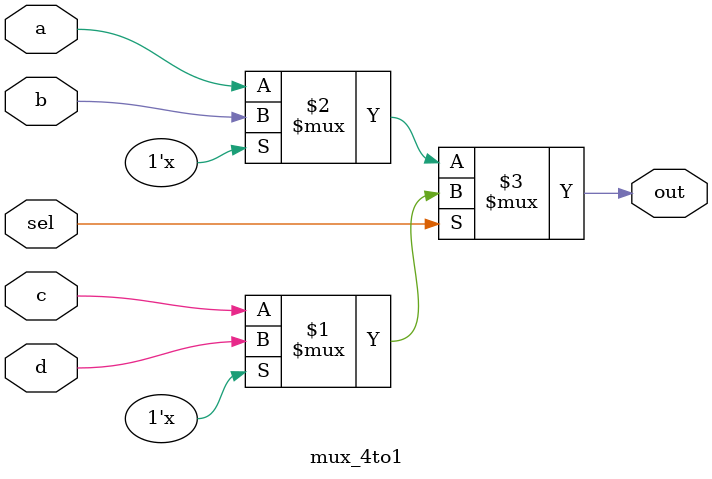
<source format=sv>
module top_module (
	input c,
	input d,
	output [3:0] mux_in
);
    
    wire ab_00, ab_01, ab_11, ab_10;
    wire mux_out;
    
    assign ab_00 = ~c & ~d;
    assign ab_01 = c & ~d;
    assign ab_11 = c & d;
    assign ab_10 = ~c & d;
    
    mux_2to1_0 mux_0 (.a(ab_00), .b(ab_01), .sel(a), .out(mux_in[0]));
    mux_2to1_1 mux_1 (.a(ab_01), .b(ab_10), .sel(a), .out(mux_in[1]));
    mux_2to1_2 mux_2 (.a(ab_10), .b(ab_11), .sel(a), .out(mux_in[2]));
    mux_2to1_3 mux_3 (.a(ab_11), .b(ab_00), .sel(a), .out(mux_in[3]));
    
    mux_4to1 mux (.a(mux_in[0]), .b(mux_in[1]), .c(mux_in[2]), .d(mux_in[3]), .sel(b), .out(mux_out));
    
endmodule
module mux_2to1_0 (
    input a,
    input b,
    input sel,
    output out
);
    assign out = sel ? b : a;
endmodule
module mux_2to1_1 (
    input a,
    input b,
    input sel,
    output out
);
    assign out = sel ? b : a;
endmodule
module mux_2to1_2 (
    input a,
    input b,
    input sel,
    output out
);
    assign out = sel ? b : a;
endmodule
module mux_2to1_3 (
    input a,
    input b,
    input sel,
    output out
);
    assign out = sel ? b : a;
endmodule
module mux_4to1 (
    input a,
    input b,
    input c,
    input d,
    input sel,
    output out
);
    assign out = sel[0] ? (sel[1] ? d : c) : (sel[1] ? b : a);
endmodule

</source>
